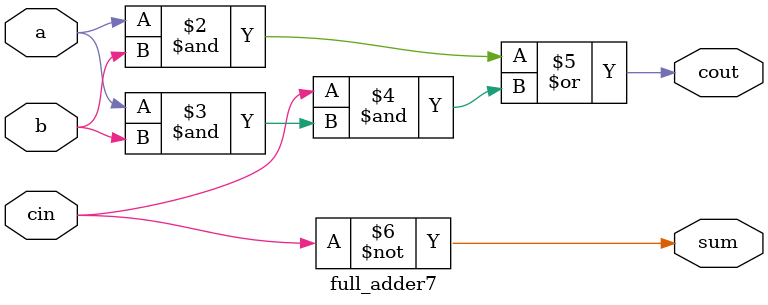
<source format=v>
module full_adder7(a,b,cin,sum,cout);
input a,b,cin;
output sum,cout;
assign sum = 1'b1^cin;
assign cout = a&b|cin&(a&b); 
// initial begin
//     $display("The incorrect adder with xor0 and xor1 having out/1 and in1/1");
// end   
endmodule
</source>
